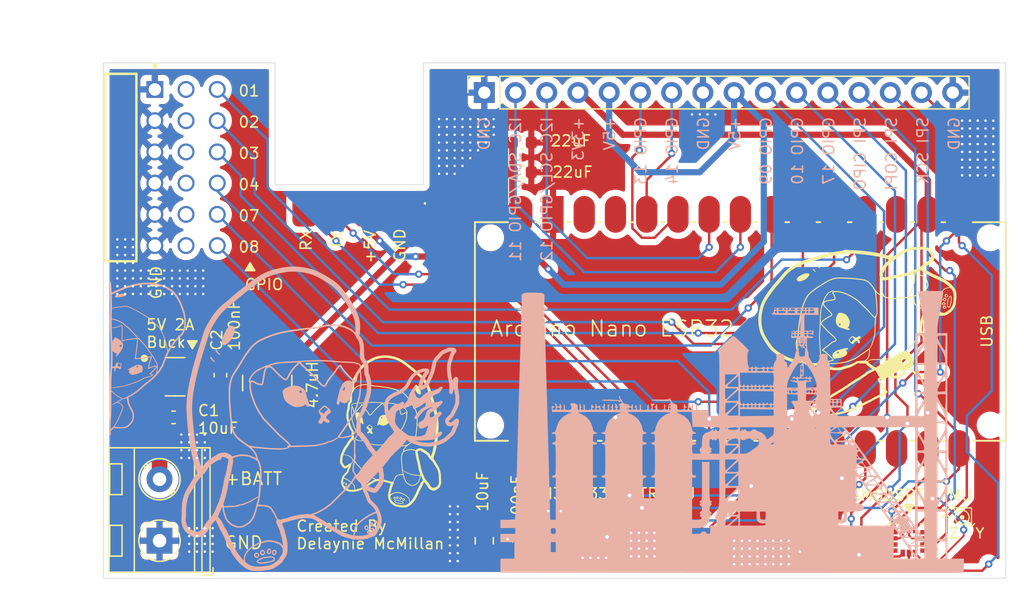
<source format=kicad_pcb>
(kicad_pcb (version 20240108) (generator "pcbnew") (generator_version "8.0")
  (layers (0 "F.Cu" signal) (31 "B.Cu" signal) (34 "B.Paste" user) (35 "F.Paste" user) (36 "B.SilkS" user "B.Silkscreen") (37 "F.SilkS" user "F.Silkscreen") (38 "B.Mask" user) (39 "F.Mask" user) (44 "Edge.Cuts" user))
  (net 0 "")
  (net 1 "/ARDUINO_RX")
  (net 2 "/I2C_SDA")
  (net 3 "/SPI_CS0")
  (net 4 "/SPI_CIPO")
  (net 6 "GND")
  (net 7 "/SPI_CS1")
  (net 8 "/SPI_COPI")
  (net 9 "/I2C_SCL")
  (net 10 "/GPIO_14")
  (net 11 "/GPIO_10")
  (net 12 "/GPIO_17")
  (net 13 "+3V3")
  (net 14 "/SPI_SCK")
  (net 15 "/GPIO_13")
  (net 16 "/ARDUINO_TX")
  (net 17 "+5V")
  (net 18 "/GPIO_09")
  (net 19 "+BATT")
  (net 20 "Net-(U2-SW)")
  (net 21 "Net-(U2-BST)")
  (net 34 "/GPIO_01")
  (net 35 "/GPIO_03")
  (net 36 "/GPIO_08")
  (net 38 "/GPIO_07")
  (net 39 "/GPIO_04")
  (net 45 "/GPIO_02")
  (footprint "LOGO" (layer "F.Cu") (at 192.532 101.092)
    (property "Reference" "G***" (hide yes))
    (property "Value" "LOGO" (hide yes))
  )
  (footprint "LOGO" (layer "F.Cu") (at 159.004 100.076)
    (property "Reference" "G***" (hide yes))
    (property "Value" "LOGO" (hide yes))
  )
  (footprint "Radiomaster:RP2" (layer "F.Cu") (at 161.314 83.058 90)
    (property "Reference" "IC2" (hide yes))
    (property "Value" "RP2")
  )
  (footprint "Package_TO_SOT_SMD:TSOT-23-6" (layer "F.Cu") (at 147.193 96.647)
    (property "Reference" "U2" (hide yes))
    (property "Value" "AP63205WU")
  )
  (footprint "Capacitor_SMD:C_0603_1608Metric" (layer "F.Cu") (at 175.387 77.597)
    (property "Reference" "C3" (hide yes))
    (property "Value" "22uF")
  )
  (footprint "LOGO" (layer "F.Cu") (at 164.719 101.092)
    (property "Reference" "G***" (hide yes))
    (property "Value" "LOGO" (hide yes))
  )
  (footprint "H3LIS331DLTR:QFN_31DLTR_STM" (layer "F.Cu") (at 178.054 110.0798 90)
    (property "Reference" "IC3" (hide yes))
    (property "Value" "H3LIS331DLTR")
  )
  (footprint "Capacitor_SMD:C_0603_1608Metric" (layer "F.Cu") (at 175.387 80.01)
    (property "Reference" "C4" (hide yes))
    (property "Value" "22uF")
  )
  (footprint "LSM6DSRTR:LGA-14L_2P5X3X0P83_STM" (layer "F.Cu") (at 206.874999 110.0417 180)
    (property "Reference" "IC1" (hide yes))
    (property "Value" "LSM6DSRTR")
  )
  (footprint "TSW_106_08_T_T_RA:SAMTEC_TSW-106-08-T-T-RA" (layer "F.Cu") (at 142.772 79.629 -90)
    (property "Reference" "J1" (hide yes))
    (property "Value" "TSW-106-08-T-T-RA")
  )
  (footprint "Capacitor_SMD:C_0402_1005Metric" (layer "F.Cu") (at 175.006 109.982 -90)
    (property "Reference" "C7" (hide yes))
    (property "Value" "100nF")
  )
  (footprint "Arduino-Nano-ESP32:Arduino_Nano_ESP32_Tile" (layer "F.Cu") (at 214.757 92.964 90)
    (property "Reference" "A1" (hide yes))
    (property "Value" "Arduino_Nano_ESP32")
  )
  (footprint "TerminalBlock_RND:TerminalBlock_RND_205-00045_1x02_P5.00mm_Horizontal" (layer "F.Cu") (at 145.923 109.982 90)
    (property "Reference" "J7" (hide yes))
    (property "Value" "Screw_Terminal_01x02")
  )
  (footprint "IND_ASPI-4030S-4R7M-T:IND_ASPI-4030S-4R7M-T" (layer "F.Cu") (at 154.686 97.155 90)
    (property "Reference" "L1" (hide yes))
    (property "Value" "4.7uH")
  )
  (footprint "Capacitor_SMD:C_0805_2012Metric" (layer "F.Cu") (at 172.339 109.982 -90)
    (property "Reference" "C8" (hide yes))
    (property "Value" "10uF")
  )
  (footprint "Capacitor_SMD:C_0402_1005Metric" (layer "F.Cu") (at 201.041 109.601 -90)
    (property "Reference" "C6" (hide yes))
    (property "Value" "100nF")
  )
  (footprint "LOGO" (layer "F.Cu") (at 202.692 92.964 90)
    (property "Reference" "G***" (hide yes))
    (property "Value" "LOGO" (hide yes))
  )
  (footprint "Capacitor_SMD:C_0603_1608Metric" (layer "F.Cu") (at 150.876 96.52 90)
    (property "Reference" "C2" (hide yes))
    (property "Value" "100nF")
  )
  (footprint "Capacitor_SMD:C_0603_1608Metric" (layer "F.Cu") (at 147.066 99.949)
    (property "Reference" "C1" (hide yes))
    (property "Value" "10uF")
  )
  (footprint "Capacitor_SMD:C_0402_1005Metric" (layer "F.Cu") (at 203.011 109.601 -90)
    (property "Reference" "C5" (hide yes))
    (property "Value" "100nF")
  )
  (footprint "LOGO" (layer "F.Cu") (at 144.943 95.147)
    (property "Reference" "G***" (hide yes))
    (property "Value" "LOGO" (hide yes))
  )
  (footprint "Connector_PinSocket_2.54mm:PinSocket_1x16_P2.54mm_Vertical" (layer "F.Cu") (at 172.339 73.533 90)
    (property "Reference" "J8" (hide yes))
    (property "Value" "Conn_01x16_Socket")
  )
  (gr_line (start 211.963 108.839) (end 211.709 108.585) (stroke (width 0.1)) (layer "F.SilkS"))
  (gr_line (start 211.963 108.839) (end 212.217 108.585) (stroke (width 0.1)) (layer "F.SilkS"))
  (gr_poly (pts (xy 148.59 94.361) (xy 148.971 93.726) (xy 148.209 93.726)) (stroke (width 0.127)) (fill solid) (layer "F.SilkS"))
  (gr_line (start 182.626 107.696) (end 182.372 107.95) (stroke (width 0.1)) (layer "F.SilkS"))
  (gr_circle (center 211.201 108.077) (end 210.79889 107.67489) (stroke (width 0.1)) (fill none) (layer "F.SilkS"))
  (gr_line (start 182.626 107.696) (end 182.372 107.442) (stroke (width 0.1)) (layer "F.SilkS"))
  (gr_line (start 211.963 107.315) (end 210.439 107.315) (stroke (width 0.1)) (layer "F.SilkS"))
  (gr_line (start 181.102 109.22) (end 180.848 108.966) (stroke (width 0.1)) (layer "F.SilkS"))
  (gr_circle (center 211.201 108.077) (end 211.105386 107.981386) (stroke (width 0.1)) (fill solid) (layer "F.SilkS"))
  (gr_line (start 210.439 107.315) (end 210.693 107.569) (stroke (width 0.1)) (layer "F.SilkS"))
  (gr_line (start 181.102 107.696) (end 181.102 109.22) (stroke (width 0.1)) (layer "F.SilkS"))
  (gr_line (start 181.102 109.22) (end 181.356 108.966) (stroke (width 0.1)) (layer "F.SilkS"))
  (gr_line (start 211.963 108.839) (end 211.963 107.315) (stroke (width 0.1)) (layer "F.SilkS"))
  (gr_line (start 182.626 107.696) (end 181.102 107.696) (stroke (width 0.1)) (layer "F.SilkS"))
  (gr_line (start 210.439 107.315) (end 210.693 107.061) (stroke (width 0.1)) (layer "F.SilkS"))
  (gr_poly (pts (xy 206.883 107.696) (xy 207.264 107.061) (xy 206.502 107.061)) (stroke (width 0.127)) (fill solid) (layer "F.SilkS"))
  (gr_circle (center 181.864 108.458) (end 181.46189 108.86011) (stroke (width 0.1)) (fill none) (layer "F.SilkS"))
  (gr_poly (pts (xy 153.289 87.376) (xy 152.908 88.011) (xy 153.67 88.011)) (stroke (width 0.127)) (fill solid) (layer "F.SilkS"))
  (gr_circle (center 181.864 108.458) (end 181.768386 108.553614) (stroke (width 0.1)) (fill solid) (layer "F.SilkS"))
  (gr_line (start 167.386 81.026) (end 155.321 81.026) (stroke (width 0.05)) (layer "Edge.Cuts"))
  (gr_line (start 214.757 113.03) (end 141.351 113.03) (stroke (width 0.05)) (layer "Edge.Cuts"))
  (gr_line (start 214.757 71.12) (end 167.386 71.12) (stroke (width 0.05)) (layer "Edge.Cuts"))
  (gr_line (start 167.386 71.12) (end 167.386 81.026) (stroke (width 0.05)) (layer "Edge.Cuts"))
  (gr_line (start 141.351 71.12) (end 155.321 71.12) (stroke (width 0.05)) (layer "Edge.Cuts"))
  (gr_line (start 155.321 81.026) (end 155.321 71.12) (stroke (width 0.05)) (layer "Edge.Cuts"))
  (gr_line (start 214.757 71.12) (end 214.757 113.03) (stroke (width 0.05)) (layer "Edge.Cuts"))
  (gr_line (start 141.351 113.03) (end 141.351 71.12) (stroke (width 0.05)) (layer "Edge.Cuts"))
  (gr_text "GND" (at 190.686262 75.438 90) (layer "B.SilkS") (effects (font (size 0.889 0.889) (thickness 0.127)) (justify left bottom mirror)))
  (gr_text "GPIO 14" (at 188.137796 75.438 90) (layer "B.SilkS") (effects (font (size 0.889 0.889) (thickness 0.127)) (justify left bottom mirror)))
  (gr_text "GND" (at 172.847 75.438 90) (layer "B.SilkS") (effects (font (size 0.889 0.889) (thickness 0.127)) (justify left bottom mirror)))
  (gr_text "+5V" (at 193.234728 75.438 90) (layer "B.SilkS") (effects (font (size 0.889 0.889) (thickness 0.127)) (justify left bottom mirror)))
  (gr_text "SPI CIPO" (at 203.428592 75.438 90) (layer "B.SilkS") (effects (font (size 0.889 0.889) (thickness 0.127)) (justify left bottom mirror)))
  (gr_text "I2C SCL/GPIO 12" (at 177.943932 75.438 90) (layer "B.SilkS") (effects (font (size 0.889 0.889) (thickness 0.127)) (justify left bottom mirror)))
  (gr_text "SPI COPI" (at 205.977058 75.438 90) (layer "B.SilkS") (effects (font (size 0.889 0.889) (thickness 0.127)) (justify left bottom mirror)))
  (gr_text "GND" (at 211.074 75.438 90) (layer "B.SilkS") (effects (font (size 0.889 0.889) (thickness 0.127)) (justify left bottom mirror)))
  (gr_text "SPI SCK" (at 208.525524 75.438 90) (layer "B.SilkS") (effects (font (size 0.889 0.889) (thickness 0.127)) (justify left bottom mirror)))
  (gr_text "GPIO 10" (at 198.33166 75.438 90) (layer "B.SilkS") (effects (font (size 0.889 0.889) (thickness 0.127)) (justify left bottom mirror)))
  (gr_text "I2C SDA/GPIO 11" (at 175.395466 75.438 90) (layer "B.SilkS") (effects (font (size 0.889 0.889) (thickness 0.127)) (justify left bottom mirror)))
  (gr_text "GPIO 13" (at 185.58933 75.438 90) (layer "B.SilkS") (effects (font (size 0.889 0.889) (thickness 0.127)) (justify left bottom mirror)))
  (gr_text "GPIO 17" (at 200.880126 75.438 90) (layer "B.SilkS") (effects (font (size 0.889 0.889) (thickness 0.127)) (justify left bottom mirror)))
  (gr_text "+3V3" (at 180.492398 75.438 90) (layer "B.SilkS") (effects (font (size 0.889 0.889) (thickness 0.127)) (justify left bottom mirror)))
  (gr_text "GPIO 09" (at 195.783194 75.438 90) (layer "B.SilkS") (effects (font (size 0.889 0.889) (thickness 0.127)) (justify left bottom mirror)))
  (gr_text "+5V" (at 183.040864 75.438 90) (layer "B.SilkS") (effects (font (size 0.889 0.889) (thickness 0.127)) (justify left bottom mirror)))
  (gr_text "GND" (at 146.177 90.424 90) (layer "F.SilkS") (effects (font (size 0.889 0.889) (thickness 0.127)) (justify left bottom)))
  (gr_text "Z" (at 210.058 109.855 0) (layer "F.SilkS") (effects (font (size 0.8128 0.8128) (thickness 0.127) (bold yes)) (justify left bottom)))
  (gr_text "X" (at 209.423 108.204 0) (layer "F.SilkS") (effects (font (size 0.8128 0.8128) (thickness 0.127) (bold yes)) (justify left bottom)))
  (gr_text "X" (at 180.594 110.363 0) (layer "F.SilkS") (effects (font (size 0.8128 0.8128) (thickness 0.127) (bold yes)) (justify left bottom)))
  (gr_text "USB" (at 213.741 94.361 90) (layer "F.SilkS") (effects (font (size 0.889 0.889) (thickness 0.127)) (justify left bottom)))
  (gr_text "C2\n100nF" (at 152.527 94.615 90) (layer "F.SilkS") (effects (font (size 0.889 0.889) (thickness 0.127)) (justify left bottom)))
  (gr_text "100nF\n(both)" (at 200.152 111.633 90) (layer "F.SilkS") (effects (font (size 0.889 0.889) (thickness 0.127)) (justify left bottom)))
  (gr_text "GPIO" (at 152.781 89.662 0) (layer "F.SilkS") (effects (font (size 0.889 0.889) (thickness 0.127)) (justify left bottom)))
  (gr_text "22uF" (at 177.8 80.518 0) (layer "F.SilkS") (effects (font (size 0.889 0.889) (thickness 0.127)) (justify left bottom)))
  (gr_text "10uF" (at 172.72 107.696 90) (layer "F.SilkS") (effects (font (size 0.889 0.889) (thickness 0.127)) (justify left bottom)))
  (gr_text "Y" (at 212.217 109.855 0) (layer "F.SilkS") (effects (font (size 0.8128 0.8128) (thickness 0.127) (bold yes)) (justify left bottom)))
  (gr_text "Arduino Nano ESP32" (at 172.72 93.472 0) (layer "F.SilkS") (effects (font (size 1.27 1.27) (thickness 0.127)) (justify left bottom)))
  (gr_text "H3LIS331DLTR IMU" (at 176.911 106.68 0) (layer "F.SilkS") (effects (font (size 0.889 0.889) (thickness 0.127)) (justify left bottom)))
  (gr_text "GND" (at 151.13 110.744 0) (layer "F.SilkS") (effects (font (size 1.016 1.016) (thickness 0.127)) (justify left bottom)))
  (gr_text "+5V" (at 163.576 87.503 90) (layer "F.SilkS") (effects (font (size 0.889 0.889) (thickness 0.127)) (justify left bottom)))
  (gr_text "07" (at 152.273 84.074 0) (layer "F.SilkS") (effects (font (size 0.889 0.889) (thickness 0.127)) (justify left bottom)))
  (gr_text "04" (at 152.273 81.534 0) (layer "F.SilkS") (effects (font (size 0.889 0.889) (thickness 0.127)) (justify left bottom)))
  (gr_text "4.7uH" (at 158.877 99.314 90) (layer "F.SilkS") (effects (font (size 0.889 0.889) (thickness 0.127)) (justify left bottom)))
  (gr_text "C1\n10uF" (at 148.971 101.346 0) (layer "F.SilkS") (effects (font (size 0.889 0.889) (thickness 0.127)) (justify left bottom)))
  (gr_text "08" (at 152.273 86.614 0) (layer "F.SilkS") (effects (font (size 0.889 0.889) (thickness 0.127)) (justify left bottom)))
  (gr_text "GND" (at 165.989 87.376 90) (layer "F.SilkS") (effects (font (size 0.889 0.889) (thickness 0.127)) (justify left bottom)))
  (gr_text "22uF" (at 177.673 77.978 0) (layer "F.SilkS") (effects (font (size 0.889 0.889) (thickness 0.127)) (justify left bottom)))
  (gr_text "100nF" (at 175.514 108.839 90) (layer "F.SilkS") (effects (font (size 0.889 0.889) (thickness 0.127)) (justify left bottom)))
  (gr_text "5V 2A\nBuck" (at 144.78 94.361 0) (layer "F.SilkS") (effects (font (size 0.889 0.889) (thickness 0.127)) (justify left bottom)))
  (gr_text "Z" (at 182.372 109.982 0) (layer "F.SilkS") (effects (font (size 0.8128 0.8128) (thickness 0.127) (bold yes)) (justify left bottom)))
  (gr_text "01" (at 152.273 73.914 0) (layer "F.SilkS") (effects (font (size 0.889 0.889) (thickness 0.127)) (justify left bottom)))
  (gr_text "TX" (at 160.909 86.36 90) (layer "F.SilkS") (effects (font (size 0.889 0.889) (thickness 0.127)) (justify left bottom)))
  (gr_text "RX" (at 158.369 86.487 90) (layer "F.SilkS") (effects (font (size 0.889 0.889) (thickness 0.127)) (justify left bottom)))
  (gr_text "Y" (at 182.88 108.458 0) (layer "F.SilkS") (effects (font (size 0.8128 0.8128) (thickness 0.127) (bold yes)) (justify left bottom)))
  (gr_text "LSM6DSRTR IMU" (at 201.295 106.807 0) (layer "F.SilkS") (effects (font (size 0.889 0.889) (thickness 0.127)) (justify left bottom)))
  (gr_text "02" (at 152.273 76.454 0) (layer "F.SilkS") (effects (font (size 0.889 0.889) (thickness 0.127)) (justify left bottom)))
  (gr_text "+BATT" (at 151.13 105.537 0) (layer "F.SilkS") (effects (font (size 1.016 1.016) (thickness 0.127)) (justify left bottom)))
  (gr_text "03" (at 152.273 78.994 0) (layer "F.SilkS") (effects (font (size 0.889 0.889) (thickness 0.127)) (justify left bottom)))
  (gr_text "Created By\nDelaynie McMillan" (at 156.972 110.744 0) (layer "F.SilkS") (effects (font (size 0.889 0.889) (thickness 0.127)) (justify left bottom)))
  (segment (start 173.8995 88.3015) (end 188.087 102.489) (width 0.2) (layer "F.Cu") (net 1))
  (segment (start 160.274 83.566) (end 161.671 84.963) (width 0.2) (layer "F.Cu") (net 1))
  (segment (start 167.005 88.3015) (end 173.8995 88.3015) (width 0.2) (layer "F.Cu") (net 1))
  (segment (start 160.274 83.058) (end 160.274 83.566) (width 0.2) (layer "F.Cu") (net 1))
  (via (at 161.671 84.963) (size 0.6) (drill 0.3) (layers "F.Cu" "B.Cu") (net 1))
  (via (at 167.005 88.3015) (size 0.6) (drill 0.3) (layers "F.Cu" "B.Cu") (net 1))
  (segment (start 165.0095 88.3015) (end 167.005 88.3015) (width 0.2) (layer "B.Cu") (net 1))
  (segment (start 161.671 84.963) (end 165.0095 88.3015) (width 0.2) (layer "B.Cu") (net 1))
  (segment (start 193.167 86.106) (end 193.167 83.439) (width 0.2) (layer "F.Cu") (net 2))
  (via (at 193.167 86.106) (size 0.6) (drill 0.3) (layers "F.Cu" "B.Cu") (net 2))
  (segment (start 193.167 86.106) (end 193.167 86.123283) (width 0.2) (layer "B.Cu") (net 2))
  (segment (start 174.879 82.55) (end 174.879 73.533) (width 0.2) (layer "B.Cu") (net 2))
  (segment (start 180.467 88.138) (end 174.879 82.55) (width 0.2) (layer "B.Cu") (net 2))
  (segment (start 193.167 86.123283) (end 191.152283 88.138) (width 0.2) (layer "B.Cu") (net 2))
  (segment (start 191.152283 88.138) (end 180.467 88.138) (width 0.2) (layer "B.Cu") (net 2))
  (segment (start 202.961469 111.267469) (end 206.105531 111.267469) (width 0.2) (layer "F.Cu") (net 3))
  (segment (start 206.105531 111.267469) (end 206.375 110.998) (width 0.2) (layer "F.Cu") (net 3))
  (segment (start 202.819 111.125) (end 202.961469 111.267469) (width 0.2) (layer "F.Cu") (net 3))
  (segment (start 205.867 104.013) (end 205.867 102.489) (width 0.2) (layer "F.Cu") (net 3))
  (segment (start 202.184 107.696) (end 205.867 104.013) (width 0.2) (layer "F.Cu") (net 3))
  (segment (start 202.184 108.204) (end 202.184 107.696) (width 0.2) (layer "F.Cu") (net 3))
  (via (at 202.184 108.204) (size 0.6) (drill 0.3) (layers "F.Cu" "B.Cu") (net 3))
  (via (at 202.819 111.125) (size 0.6) (drill 0.3) (layers "F.Cu" "B.Cu") (net 3))
  (segment (start 202.184 110.49) (end 202.819 111.125) (width 0.2) (layer "B.Cu") (net 3))
  (segment (start 202.184 108.204) (end 202.184 110.49) (width 0.2) (layer "B.Cu") (net 3))
  (segment (start 209.931 108.077) (end 211.582 106.426) (width 0.2) (layer "F.Cu") (net 4))
  (segment (start 180.4962 110.0798) (end 179.3494 110.0798) (width 0.2) (layer "F.Cu") (net 4))
  (segment (start 211.582 103.124) (end 210.947 102.489) (width 0.2) (layer "F.Cu") (net 4))
  (segment (start 210.947 102.489) (end 210.947 104.14) (width 0.2) (layer "F.Cu") (net 4))
  (segment (start 208.504328 110.791701) (end 209.931 109.365029) (width 0.2) (layer "F.Cu") (net 4))
  (segment (start 210.947 104.14) (end 209.931 105.156) (width 0.2) (layer "F.Cu") (net 4))
  (segment (start 210.947 102.489) (end 210.947 101.259471) (width 0.2) (layer "F.Cu") (net 4))
  (segment (start 185.166 107.315) (end 183.261 107.315) (width 0.2) (layer "F.Cu") (net 4))
  (segment (start 211.074 102.489) (end 210.947 102.489) (width 0.2) (layer "F.Cu") (net 4))
  (segment (start 209.931 109.365029) (end 209.931 108.077) (width 0.2) (layer "F.Cu") (net 4))
  (segment (start 211.582 106.426) (end 211.582 103.124) (width 0.2) (layer "F.Cu") (net 4))
  (segment (start 208.085299 110.791701) (end 208.504328 110.791701) (width 0.2) (layer "F.Cu") (net 4))
  (segment (start 183.261 107.315) (end 180.4962 110.0798) (width 0.2) (layer "F.Cu") (net 4))
  (segment (start 210.947 101.259471) (end 207.731529 98.044) (width 0.2) (layer "F.Cu") (net 4))
  (segment (start 207.731529 98.044) (end 207.645 98.044) (width 0.2) (layer "F.Cu") (net 4))
  (via (at 185.166 107.315) (size 0.6) (drill 0.3) (layers "F.Cu" "B.Cu") (net 4))
  (via (at 207.645 98.044) (size 0.6) (drill 0.3) (layers "F.Cu" "B.Cu") (net 4))
  (via (at 209.931 105.156) (size 0.6) (drill 0.3) (layers "F.Cu" "B.Cu") (net 4))
  (segment (start 204.683529 107.315) (end 206.842529 105.156) (width 0.2) (layer "B.Cu") (net 4))
  (segment (start 185.166 107.315) (end 204.683529 107.315) (width 0.2) (layer "B.Cu") (net 4))
  (segment (start 206.842529 105.156) (end 209.931 105.156) (width 0.2) (layer "B.Cu") (net 4))
  (segment (start 207.391 97.79) (end 207.391 78.105) (width 0.2) (layer "B.Cu") (net 4))
  (segment (start 207.391 78.105) (end 202.819 73.533) (width 0.2) (layer "B.Cu") (net 4))
  (segment (start 207.645 98.044) (end 207.391 97.79) (width 0.2) (layer "B.Cu") (net 4))
  (segment (start 206.874999 109.0854) (end 206.874999 109.53369) (width 0.16) (layer "F.Cu") (net 6))
  (segment (start 203.011 110.081) (end 201.041 110.081) (width 0.2) (layer "F.Cu") (net 6))
  (segment (start 178.554126 108.7844) (end 178.554126 107.576874) (width 0.16) (layer "F.Cu") (net 6))
  (segment (start 148.3305 99.4595) (end 147.841 99.949) (width 0.508) (layer "F.Cu") (net 6))
  (segment (start 205.664699 109.7917) (end 206.108756 109.7917) (width 0.16) (layer "F.Cu") (net 6))
  (segment (start 201.041 110.081) (end 198.783 110.081) (width 0.2) (layer "F.Cu") (net 6))
  (segment (start 207.133009 109.7917) (end 208.085299 109.7917) (width 0.16) (layer "F.Cu") (net 6))
  (segment (start 167.005 83.058) (end 167.513 82.55) (width 0.4) (layer "F.Cu") (net 6))
  (segment (start 177.553874 108.7844) (end 177.553874 107.576874) (width 0.16) (layer "F.Cu") (net 6))
  (segment (start 165.354 83.058) (end 167.005 83.058) (width 0.4) (layer "F.Cu") (net 6))
  (segment (start 206.375 109.0854) (end 206.874999 109.0854) (width 0.16) (layer "F.Cu") (net 6))
  (segment (start 208.085299 109.7917) (end 208.085299 110.2917) (width 0.16) (layer "F.Cu") (net 6))
  (segment (start 148.3305 97.597) (end 148.3305 99.4595) (width 0.508) (layer "F.Cu") (net 6))
  (segment (start 205.664699 109.7917) (end 203.3003 109.7917) (width 0.2) (layer "F.Cu") (net 6))
  (segment (start 206.108756 109.7917) (end 206.375 109.525456) (width 0.16) (layer "F.Cu") (net 6))
  (segment (start 198.783 110.081) (end 197.993 110.871) (width 0.2) (layer "F.Cu") (net 6))
  (segment (start 178.554126 107.576874) (end 178.562 107.569) (width 0.3) (layer "F.Cu") (net 6))
  (segment (start 180.3362 111.3752) (end 180.34 111.379) (width 0.16) (layer "F.Cu") (net 6))
  (segment (start 176.7586 110.579926) (end 175.123926 110.579926) (width 0.16) (layer "F.Cu") (net 6))
  (segment (start 175.123926 110.579926) (end 175.006 110.462) (width 0.16) (layer "F.Cu") (net 6))
  (segment (start 177.553874 107.576874) (end 177.546 107.569) (width 0.3) (layer "F.Cu") (net 6))
  (segment (start 206.375 109.525456) (end 206.375 109.0854) (width 0.16) (layer "F.Cu") (net 6))
  (segment (start 183.007 102.489) (end 183.007 99.949) (width 0.508) (layer "F.Cu") (net 6))
  (segment (start 203.3003 109.7917) (end 203.011 110.081) (width 0.2) (layer "F.Cu") (net 6))
  (segment (start 171.967174 110.795826) (end 171.831 110.932) (width 0.2) (layer "F.Cu") (net 6))
  (segment (start 179.054252 111.3752) (end 180.3362 111.3752) (width 0.16) (layer "F.Cu") (net 6))
  (segment (start 174.851 110.462) (end 174.244 109.855) (width 0.16) (layer "F.Cu") (net 6))
  (segment (start 206.874999 109.53369) (end 207.133009 109.7917) (width 0.16) (layer "F.Cu") (net 6))
  (segment (start 175.006 110.462) (end 174.851 110.462) (width 0.16) (layer "F.Cu") (net 6))
  (via (at 195.199 109.982) (size 0.3) (drill 0.2) (layers "F.Cu" "B.Cu") (net 6))
  (via (at 171.831 76.962) (size 0.3) (drill 0.2) (layers "F.Cu" "B.Cu") (net 6))
  (via (at 169.545 110.998) (size 0.3) (drill 0.2) (layers "F.Cu" "B.Cu") (net 6))
  (via (at 196.469 110.617) (size 0.3) (drill 0.2) (layers "F.Cu" "B.Cu") (net 6))
  (via (at 212.471 76.454) (size 0.3) (drill 0.2) (layers "F.Cu" "B.Cu") (net 6))
  (via (at 184.912 109.982) (size 0.3) (drill 0.2) (layers "F.Cu" "B.Cu") (net 6))
  (via (at 171.196 76.962) (size 0.3) (drill 0.2) (layers "F.Cu" "B.Cu") (net 6))
  (via (at 211.836 78.359) (size 0.3) (drill 0.2) (layers "F.Cu" "B.Cu") (net 6))
  (via (at 148.844 89.281) (size 0.3) (drill 0.2) (layers "F.Cu" "B.Cu") (net 6))
  (via (at 148.971 109.601) (size 0.3) (drill 0.2) (layers "F.Cu" "B.Cu") (net 6))
  (via (at 142.494 86.741) (size 0.3) (drill 0.2) (layers "F.Cu" "B.Cu") (net 6))
  (via (at 148.971 101.981) (size 0.3) (drill 0.2) (layers "F.Cu" "B.Cu") (net 6))
  (via (at 185.547 109.982) (size 0.3) (drill 0.2) (layers "F.Cu" "B.Cu") (net 6))
  (via (at 144.399 88.646) (size 0.3) (drill 0.2) (layers "F.Cu" "B.Cu") (net 6))
  (via (at 173.101 75.692) (size 0.3) (drill 0.2) (layers "F.Cu" "B.Cu") (net 6))
  (via (at 149.606 103.251) (size 0.3) (drill 0.2) (layers "F.Cu" "B.Cu") (net 6))
  (via (at 169.291 77.597) (size 0.3) (drill 0.2) (layers "F.Cu" "B.Cu") (net 6))
  (via (at 149.606 102.616) (size 0.3) (drill 0.2) (layers "F.Cu" "B.Cu") (net 6))
  (via (at 195.834 109.982) (size 0.3) (drill 0.2) (layers "F.Cu" "B.Cu") (net 6))
  (via (at 170.18 109.093) (size 0.3) (drill 0.2) (layers "F.Cu" "B.Cu") (net 6))
  (via (at 142.494 88.646) (size 0.3) (drill 0.2) (layers "F.Cu" "B.Cu") (net 6))
  (via (at 185.547 110.617) (size 0.3) (drill 0.2) (layers "F.Cu" "B.Cu") (net 6))
  (via (at 169.926 80.137) (size 0.3) (drill 0.2) (layers "F.Cu" "B.Cu") (net 6))
  (via (at 145.669 89.916) (size 0.3) (drill 0.2) (layers "F.Cu" "B.Cu") (net 6))
  (via (at 169.545 109.728) (size 0.3) (drill 0.2) (layers "F.Cu" "B.Cu") (net 6))
  (via (at 184.912 110.617) (size 0.3) (drill 0.2) (layers "F.Cu" "B.Cu") (net 6))
  (via (at 169.545 107.188) (size 0.3) (drill 0.2) (layers "F.Cu" "B.Cu") (net 6))
  (via (at 168.656 79.502) (size 0.3) (drill 0.2) (layers "F.Cu" "B.Cu") (net 6))
  (via (at 145.669 88.011) (size 0.3) (drill 0.2) (layers "F.Cu" "B.Cu") (net 6))
  (via (at 149.479 88.011) (size 0.3) (drill 0.2) (layers "F.Cu" "B.Cu") (net 6))
  (via (at 169.926 76.327) (size 0.3) (drill 0.2) (layers "F.Cu" "B.Cu") (net 6))
  (via (at 150.241 110.871) (size 0.3) (drill 0.2) (layers "F.Cu" "B.Cu") (net 6))
  (via (at 184.277 110.617) (size 0.3) (drill 0.2) (layers "F.Cu" "B.Cu") (net 6))
  (via (at 185.547 111.252) (size 0.3) (drill 0.2) (layers "F.Cu" "B.Cu") (net 6))
  (via (at 143.764 89.281) (size 0.3) (drill 0.2) (layers "F.Cu" "B.Cu") (net 6))
  (via (at 145.034 89.281) (size 0.3) (drill 0.2) (layers "F.Cu" "B.Cu") (net 6))
  (via (at 144.399 89.916) (size 0.3) (drill 0.2) (layers "F.Cu" "B.Cu") (net 6))
  (via (at 143.764 85.471) (size 0.3) (drill 0.2) (layers "F.Cu" "B.Cu") (net 6))
  (via (at 146.939 89.916) (size 0.3) (drill 0.2) (layers "F.Cu" "B.Cu") (net 6))
  (via (at 143.764 88.646) (size 0.3) (drill 0.2) (layers "F.Cu" "B.Cu") (net 6))
  (via (at 170.18 111.633) (size 0.3) (drill 0.2) (layers "F.Cu" "B.Cu") (net 6))
  (via (at 142.494 89.916) (size 0.3) (drill 0.2) (layers "F.Cu" "B.Cu") (net 6))
  (via (at 169.291 76.327) (size 0.3) (drill 0.2) (layers "F.Cu" "B.Cu") (net 6))
  (via (at 170.18 107.823) (size 0.3) (drill 0.2) (layers "F.Cu" "B.Cu") (net 6))
  (via (at 148.336 103.251) (size 0.3) (drill 0.2) (layers "F.Cu" "B.Cu") (net 6))
  (via (at 170.561 77.597) (size 0.3) (drill 0.2) (layers "F.Cu" "B.Cu") (net 6))
  (via (at 145.034 88.646) (size 0.3) (drill 0.2) (layers "F.Cu" "B.Cu") (net 6))
  (via (at 147.574 89.916) (size 0.3) (drill 0.2) (layers "F.Cu" "B.Cu") (net 6))
  (via (at 193.929 109.982) (size 0.3) (drill 0.2) (layers "F.Cu" "B.Cu") (net 6))
  (via (at 170.561 76.962) (size 0.3) (drill 0.2) (layers "F.Cu" "B.Cu") (net 6))
  (via (at 148.336 109.601) (size 0.3) (drill 0.2) (layers "F.Cu" "B.Cu") (net 6))
  (via (at 147.701 101.981) (size 0.3) (drill 0.2) (layers "F.Cu" "B.Cu") (net 6))
  (via (at 170.561 76.327) (size 0.3) (drill 0.2) (layers "F.Cu" "B.Cu") (net 6))
  (via (at 212.471 79.629) (size 0.3) (drill 0.2) (layers "F.Cu" "B.Cu") (net 6))
  (via (at 148.336 101.346) (size 0.3) (drill 0.2) (layers "F.Cu" "B.Cu") (net 6))
  (via (at 190.5 75.311) (size 0.3) (drill 0.2) (layers "F.Cu" "B.Cu") (net 6))
  (via (at 171.196 78.867) (size 0.3) (drill 0.2) (layers "F.Cu" "B.Cu") (net 6))
  (via (at 143.764 89.916) (size 0.3) (drill 0.2) (layers "F.Cu" "B.Cu") (net 6))
  (via (at 148.209 88.646) (size 0.3) (drill 0.2) (layers "F.Cu" "B.Cu") (net 6))
  (via (at 174.244 109.855) (size 0.3) (drill 0.2) (layers "F.Cu" "B.Cu") (net 6))
  (via (at 192.659 109.982) (size 0.3) (drill 0.2) (layers "F.Cu" "B.Cu") (net 6))
  (via (at 171.196 78.232) (size 0.3) (drill 0.2) (layers "F.Cu" "B.Cu") (net 6))
  (via (at 148.209 89.916) (size 0.3) (drill 0.2) (layers "F.Cu" "B.Cu") (net 6))
  (via (at 171.831 78.232) (size 0.3) (drill 0.2) (layers "F.Cu" "B.Cu") (net 6))
  (via (at 148.209 88.011) (size 0.3) (drill 0.2) (layers "F.Cu" "B.Cu") (net 6))
  (via (at 148.971 110.871) (size 0.3) (drill 0.2) (layers "F.Cu" "B.Cu") (net 6))
  (via (at 170.18 107.188) (size 0.3) (drill 0.2) (layers "F.Cu" "B.Cu") (net 6))
  (via (at 169.926 77.597) (size 0.3) (drill 0.2) (layers "F.Cu" "B.Cu") (net 6))
  (via (at 180.34 111.379) (size 0.3) (drill 0.2) (layers "F.Cu" "B.Cu") (net 6))
  (via (at 213.106 78.994) (size 0.3) (drill 0.2) (layers "F.Cu" "B.Cu") (net 6))
  (via (at 186.182 109.347) (size 0.3) (drill 0.2) (layers "F.Cu" "B.Cu") (net 6))
  (via (at 146.939 88.646) (size 0.3) (drill 0.2) (layers "F.Cu" "B.Cu") (net 6))
  (via (at 143.129 85.471) (size 0.3) (drill 0.2) (layers "F.Cu" "B.Cu") (net 6))
  (via (at 149.606 110.871) (size 0.3) (drill 0.2) (layers "F.Cu" "B.Cu") (net 6))
  (via (at 211.201 78.359) (size 0.3) (drill 0.2) (layers "F.Cu" "B.Cu") (net 6))
  (via (at 148.844 88.646) (size 0.3) (drill 0.2) (layers "F.Cu" "B.Cu") (net 6))
  (via (at 147.574 88.646) (size 0.3) (drill 0.2) (layers "F.Cu" "B.Cu") (net 6))
  (via (at 195.199 110.617) (size 0.3) (drill 0.2) (layers "F.Cu" "B.Cu") (net 6))
  (via (at 148.336 102.616) (size 0.3) (drill 0.2) (layers "F.Cu" "B.Cu") (net 6))
  (via (at 195.834 111.887) (size 0.3) (drill 0.2) (layers "F.Cu" "B.Cu") (net 6))
  (via (at 192.659 111.887) (size 0.3) (drill 0.2) (layers "F.Cu" "B.Cu") (net 6))
  (via (at 143.129 86.106) (size 0.3) (drill 0.2) (layers "F.Cu" "B.Cu") (net 6))
  (via (at 211.201 75.819) (size 0.3) (drill 0.2) (layers "F.Cu" "B.Cu") (net 6))
  (via (at 194.564 110.617) (size 0.3) (drill 0.2) (layers "F.Cu" "B.Cu") (net 6))
  (via (at 146.304 88.646) (size 0.3) (drill 0.2) (layers "F.Cu" "B.Cu") (net 6))
  (via (at 211.201 80.264) (size 0.3) (drill 0.2) (layers "F.Cu" "B.Cu") (net 6))
  (via (at 197.993 110.871) (size 0.3) (drill 0.2) (layers "F.Cu" "B.Cu") (net 6))
  (via (at 168.656 77.597) (size 0.3) (drill 0.2) (layers "F.Cu" "B.Cu") (net 6))
  (via (at 170.561 79.502) (size 0.3) (drill 0.2) (layers "F.Cu" "B.Cu") (net 6))
  (via (at 148.971 110.236) (size 0.3) (drill 0.2) (layers "F.Cu" "B.Cu") (net 6))
  (via (at 149.479 88.646) (size 0.3) (drill 0.2) (layers "F.Cu" "B.Cu") (net 6))
  (via (at 147.701 103.251) (size 0.3) (drill 0.2) (layers "F.Cu" "B.Cu") (net 6))
  (via (at 177.546 107.569) (size 0.3) (drill 0.2) (layers "F.Cu" "B.Cu") (net 6))
  (via (at 194.564 111.887) (size 0.3) (drill 0.2) (layers "F.Cu" "B.Cu") (net 6))
  (via (at 213.741 77.724) (size 0.3) (drill 0.2) (layers "F.Cu" "B.Cu") (net 6))
  (via (at 143.129 89.916) (size 0.3) (drill 0.2) (layers "F.Cu" "B.Cu") (net 6))
  (via (at 169.291 80.137) (size 0.3) (drill 0.2) (layers "F.Cu" "B.Cu") (net 6))
  (via (at 184.912 111.252) (size 0.3) (drill 0.2) (layers "F.Cu" "B.Cu") (net 6))
  (via (at 211.201 77.089) (size 0.3) (drill 0.2) (layers "F.Cu" "B.Cu") (net 6))
  (via (at 184.277 109.982) (size 0.3) (drill 0.2) (layers "F.Cu" "B.Cu") (net 6))
  (via (at 150.241 108.966) (size 0.3) (drill 0.2) (layers "F.Cu" "B.Cu") (net 6))
  (via (at 168.656 80.137) (size 0.3) (drill 0.2) (layers "F.Cu" "B.Cu") (net 6))
  (via (at 169.291 78.867) (size 0.3) (drill 0.2) (layers "F.Cu" "B.Cu") (net 6))
  (via (at 189.865 75.311) (size 0.3) (drill 0.2) (layers "F.Cu" "B.Cu") (net 6))
  (via (at 196.469 111.887) (size 0.3) (drill 0.2) (layers "F.Cu" "B.Cu") (net 6))
  (via (at 171.831 76.327) (size 0.3) (drill 0.2) (layers "F.Cu" "B.Cu") (net 6))
  (via (at 146.304 88.011) (size 0.3) (drill 0.2) (layers "F.Cu" "B.Cu") (net 6))
  (via (at 142.494 89.281) (size 0.3) (drill 0.2) (layers "F.Cu" "B.Cu") (net 6))
  (via (at 170.18 110.998) (size 0.3) (drill 0.2) (layers "F.Cu" "B.Cu") (net 6))
  (via (at 170.18 109.728) (size 0.3) (drill 0.2) (layers "F.Cu" "B.Cu") (net 6))
  (via (at 150.241 110.236) (size 0.3) (drill 0.2) (layers "F.Cu" "B.Cu") (net 6))
  (via (at 168.656 78.867) (size 0.3) (drill 0.2) (layers "F.Cu" "B.Cu") (net 6))
  (via (at 212.471 78.994) (size 0.3) (drill 0.2) (layers "F.Cu" "B.Cu") (net 6))
  (via (at 195.199 111.252) (size 0.3) (drill 0.2) (layers "F.Cu" "B.Cu") (net 6))
  (via (at 212.471 77.089) (size 0.3) (drill 0.2) (layers "F.Cu" "B.Cu") (net 6))
  (via (at 142.494 88.011) (size 0.3) (drill 0.2) (layers "F.Cu" "B.Cu") (net 6))
  (via (at 144.399 88.011) (size 0.3) (drill 0.2) (layers "F.Cu" "B.Cu") (net 6))
  (via (at 169.291 76.962) (size 0.3) (drill 0.2) (layers "F.Cu" "B.Cu") (net 6))
  (via (at 142.494 86.106) (size 0.3) (drill 0.2) (layers "F.Cu" "B.Cu") (net 6))
  (via (at 143.129 86.741) (size 0.3) (drill 0.2) (layers "F.Cu" "B.Cu") (net 6))
  (via (at 169.926 76.962) (size 0.3) (drill 0.2) (layers "F.Cu" "B.Cu") (net 6))
  (via (at 211.201 78.994) (size 0.3) (drill 0.2) (layers "F.Cu" "B.Cu") (net 6))
  (via (at 170.18 108.458) (size 0.3) (drill 0.2) (layers "F.Cu" "B.Cu") (net 6))
  (via (at 149.479 89.281) (size 0.3) (drill 0.2) (layers "F.Cu" "B.Cu") (net 6))
  (via (at 195.834 111.252) (size 0.3) (drill 0.2) (layers "F.Cu" "B.Cu") (net 6))
  (via (at 196.469 111.252) (size 0.3) (drill 0.2) (layers "F.Cu" "B.Cu") (net 6))
  (via (at 213.106 76.454) (size 0.3) (drill 0.2) (layers "F.Cu" "B.Cu") (net 6))
  (via (at 148.336 108.966) (size 0.3) (drill 0.2) (layers "F.Cu" "B.Cu") (net 6))
  (via (at 148.336 110.871) (size 0.3) (drill 0.2) (layers "F.Cu" "B.Cu") (net 6))
  (via (at 169.545 108.458) (size 0.3) (drill 0.2) (layers "F.Cu" "B.Cu") (net 6))
  (via (at 212.471 75.819) (size 0.3) (drill 0.2) (layers "F.Cu" "B.Cu") (net 6))
  (via (at 193.294 109.982) (size 0.3) (drill 0.2) (layers "F.Cu" "B.Cu") (net 6))
  (via (at 149.479 89.916) (size 0.3) (drill 0.2) (layers "F.Cu" "B.Cu") (net 6))
  (via (at 195.199 111.887) (size 0.3) (drill 0.2) (layers "F.Cu" "B.Cu") (net 6))
  (via (at 171.196 75.692) (size 0.3) (drill 0.2) (layers "F.Cu" "B.Cu") (net 6))
  (via (at 147.574 89.281) (size 0.3) (drill 0.2) (layers "F.Cu" "B.Cu") (net 6))
  (via (at 213.106 75.819) (size 0.3) (drill 0.2) (layers "F.Cu" "B.Cu") (net 6))
  (via (at 213.741 78.359) (size 0.3) (drill 0.2) (layers "F.Cu" "B.Cu") (net 6))
  (via (at 142.494 85.471) (size 0.3) (drill 0.2) (layers "F.Cu" "B.Cu") (net 6))
  (via (at 197.104 109.982) (size 0.3) (drill 0.2) (layers "F.Cu" "B.Cu") (net 6))
  (via (at 185.547 109.347) (size 0.3) (drill 0.2) (layers "F.Cu" "B.Cu") (net 6))
  (via (at 143.764 86.106) (size 0.3) (drill 0.2) (layers "F.Cu" "B.Cu") (net 6))
  (via (at 193.294 111.887) (size 0.3) (drill 0.2) (layers "F.Cu" "B.Cu") (net 6))
  (via (at 213.741 78.994) (size 0.3) (drill 0.2) (layers "F.Cu" "B.Cu") (net 6))
  (via (at 171.196 76.327) (size 0.3) (drill 0.2) (layers "F.Cu" "B.Cu") (net 6))
  (via (at 148.971 103.251) (size 0.3) (drill 0.2) (layers "F.Cu" "B.Cu") (net 6))
  (via (at 173.101 76.327) (size 0.3) (drill 0.2) (layers "F.Cu" "B.Cu") (net 6))
  (via (at 196.469 109.982) (size 0.3) (drill 0.2) (layers "F.Cu" "B.Cu") (net 6))
  (via (at 171.196 77.597) (size 0.3) (drill 0.2) (layers "F.Cu" "B.Cu") (net 6))
  (via (at 147.701 101.346) (size 0.3) (drill 0.2) (layers "F.Cu" "B.Cu") (net 6))
  (via (at 181.61 111.379) (size 0.3) (drill 0.2) (layers "F.Cu" "B.Cu") (net 6))
  (via (at 193.929 110.617) (size 0.3) (drill 0.2) (layers "F.Cu" "B.Cu") (net 6))
  (via (at 189.23 75.311) (size 0.3) (drill 0.2) (layers "F.Cu" "B.Cu") (net 6))
  (via (at 169.926 75.692) (size 0.3) (drill 0.2) (layers "F.Cu" "B.Cu") (net 6))
  (via (at 146.939 89.281) (size 0.3) (drill 0.2) (layers "F.Cu" "B.Cu") (net 6))
  (via (at 211.836 80.264) (size 0.3) (drill 0.2) (layers "F.Cu" "B.Cu") (net 6))
  (via (at 213.106 77.089) (size 0.3) (drill 0.2) (layers "F.Cu" "B.Cu") (net 6))
  (via (at 193.294 111.252) (size 0.3) (drill 0.2) (layers "F.Cu" "B.Cu") (net 6))
  (via (at 211.836 79.629) (size 0.3) (drill 0.2) (layers "F.Cu" "B.Cu") (net 6))
  (via (at 211.836 75.819) (size 0.3) (drill 0.2) (layers "F.Cu" "B.Cu") (net 6))
  (via (at 148.844 88.011) (size 0.3) (drill 0.2) (layers "F.Cu" "B.Cu") (net 6))
  (via (at 169.291 79.502) (size 0.3) (drill 0.2) (layers "F.Cu" "B.Cu") (net 6))
  (via (at 147.574 88.011) (size 0.3) (drill 0.2) (layers "F.Cu" "B.Cu") (net 6))
  (via (at 169.545 111.633) (size 0.3) (drill 0.2) (layers "F.Cu" "B.Cu") (net 6))
  (via (at 150.241 109.601) (size 0.3) (drill 0.2) (layers "F.Cu" "B.Cu") (net 6))
  (via (at 167.513 82.55) (size 0.3) (drill 0.2) (layers "F.Cu" "B.Cu") (net 6))
  (via (at 197.104 111.252) (size 0.3) (drill 0.2) (layers "F.Cu" "B.Cu") (net 6))
  (via (at 186.182 110.617) (size 0.3) (drill 0.2) (layers "F.Cu" "B.Cu") (net 6))
  (via (at 169.545 110.363) (size 0.3) (drill 0.2) (layers "F.Cu" "B.Cu") (net 6))
  (via (at 168.656 76.327) (size 0.3) (drill 0.2) (layers "F.Cu" "B.Cu") (net 6))
  (via (at 169.291 75.692) (size 0.3) (drill 0.2) (layers "F.Cu" "B.Cu") (net 6))
  (via (at 143.764 87.376) (size 0.3) (drill 0.2) (layers "F.Cu" "B.Cu") (net 6))
  (via (at 148.336 101.981) (size 0.3) (drill 0.2) (layers "F.Cu" "B.Cu") (net 6))
  (via (at 143.764 88.011) (size 0.3) (drill 0.2) (layers "F.Cu" "B.Cu") (net 6))
  (via (at 149.606 101.981) (size 0.3) (drill 0.2) (layers "F.Cu" "B.Cu") (net 6))
  (via (at 146.304 89.916) (size 0.3) (drill 0.2) (layers "F.Cu" "B.Cu") (net 6))
  (via (at 213.741 80.264) (size 0.3) (drill 0.2) (layers "F.Cu" "B.Cu") (net 6))
  (via (at 172.466 76.962) (size 0.3) (drill 0.2) (layers "F.Cu" "B.Cu") (net 6))
  (via (at 169.545 109.093) (size 0.3) (drill 0.2) (layers "F.Cu" "B.Cu") (net 6))
  (via (at 143.129 88.646) (size 0.3) (drill 0.2) (layers "F.Cu" "B.Cu") (net 6))
  (via (at 173.101 76.962) (size 0.3) (drill 0.2) (layers "F.Cu" "B.Cu") (net 6))
  (via (at 149.606 108.966) (size 0.3) (drill 0.2) (layers "F.Cu" "B.Cu") (net 6))
  (via (at 169.926 79.502) (size 0.3) (drill 0.2) (layers "F.Cu" "B.Cu") (net 6))
  (via (at 143.129 88.011) (size 0.3) (drill 0.2) (layers "F.Cu" "B.Cu") (net 6))
  (via (at 145.669 88.646) (size 0.3) (drill 0.2) (layers "F.Cu" "B.Cu") (net 6))
  (via (at 143.764 86.741) (size 0.3) (drill 0.2) (layers "F.Cu" "B.Cu") (net 6))
  (via (at 148.971 102.616) (size 0.3) (drill 0.2) (layers "F.Cu" "B.Cu") (net 6))
  (via (at 172.466 77.597) (size 0.3) (drill 0.2) (layers "F.Cu" "B.Cu") (net 6))
  (via (at 146.304 89.281) (size 0.3) (drill 0.2) (layers "F.Cu" "B.Cu") (net 6))
  (via (at 169.291 78.232) (size 0.3) (drill 0.2) (layers "F.Cu" "B.Cu") (net 6))
  (via (at 197.104 111.887) (size 0.3) (drill 0.2) (layers "F.Cu" "B.Cu") (net 6))
  (via (at 211.201 76.454) (size 0.3) (drill 0.2) (layers "F.Cu" "B.Cu") (net 6))
  (via (at 171.831 75.692) (size 0.3) (drill 0.2) (layers "F.Cu" "B.Cu") (net 6))
  (via (at 184.277 109.347) (size 0.3) (drill 0.2) (layers "F.Cu" "B.Cu") (net 6))
  (via (at 148.336 110.236) (size 0.3) (drill 0.2) (layers "F.Cu" "B.Cu") (net 6))
  (via (at 211.836 77.724) (size 0.3) (drill 0.2) (layers "F.Cu" "B.Cu") (net 6))
  (via (at 168.656 75.692) (size 0.3) (drill 0.2) (layers "F.Cu" "B.Cu") (net 6))
  (via (at 145.034 88.011) (size 0.3) (drill 0.2) (layers "F.Cu" "B.Cu") (net 6))
  (via (at 170.561 78.867) (size 0.3) (drill 0.2) (layers "F.Cu" "B.Cu") (net 6))
  (via (at 212.471 78.359) (size 0.3) (drill 0.2) (layers "F.Cu" "B.Cu") (net 6))
  (via (at 211.201 77.724) (size 0.3) (drill 0.2) (layers "F.Cu" "B.Cu") (net 6))
  (via (at 149.606 101.346) (size 0.3) (drill 0.2) (layers "F.Cu" "B.Cu") (net 6))
  (via (at 192.659 111.252) (size 0.3) (drill 0.2) (layers "F.Cu" "B.Cu") (net 6))
  (via (at 172.466 76.327) (size 0.3) (drill 0.2) (layers "F.Cu" "B.Cu") (net 6))
  (via (at 170.561 75.692) (size 0.3) (drill 0.2) (layers "F.Cu" "B.Cu") (net 6))
  (via (at 213.106 78.359) (size 0.3) (drill 0.2) (layers "F.Cu" "B.Cu") (net 6))
  (via (at 148.209 89.281) (size 0.3) (drill 0.2) (layers "F.Cu" "B.Cu") (net 6))
  (via (at 195.834 110.617) (size 0.3) (drill 0.2) (layers "F.Cu" "B.Cu") (net 6))
  (via (at 211.201 79.629) (size 0.3) (drill 0.2) (layers "F.Cu" "B.Cu") (net 6))
  (via (at 145.034 89.916) (size 0.3) (drill 0.2) (layers "F.Cu" "B.Cu") (net 6))
  (via (at 213.106 80.264) (size 0.3) (drill 0.2) (layers "F.Cu" "B.Cu") (net 6))
  (via (at 142.494 87.376) (size 0.3) (drill 0.2) (layers "F.Cu" "B.Cu") (net 6))
  (via (at 186.182 109.982) (size 0.3) (drill 0.2) (layers "F.Cu" "B.Cu") (net 6))
  (via (at 171.831 77.597) (size 0.3) (drill 0.2) (layers "F.Cu" "B.Cu") (net 6))
  (via (at 193.294 110.617) (size 0.3) (drill 0.2) (layers "F.Cu" "B.Cu") (net 6))
  (via (at 182.245 111.379) (size 0.3) (drill 0.2) (layers "F.Cu" "B.Cu") (net 6))
  (via (at 194.564 111.252) (size 0.3) (drill 0.2) (layers "F.Cu" "B.Cu") (net 6))
  (via (at 145.669 89.281) (size 0.3) (drill 0.2) (layers "F.Cu" "B.Cu") (net 6))
  (via (at 212.471 80.264) (size 0.3) (drill 0.2) (layers "F.Cu" "B.Cu") (net 6))
  (via (at 193.929 111.252) (size 0.3) (drill 0.2) (layers "F.Cu" "B.Cu") (net 6))
  (via (at 213.741 75.819) (size 0.3) (drill 0.2) (layers "F.Cu" "B.Cu") (net 6))
  (via (at 213.741 77.089) (size 0.3) (drill 0.2) (layers "F.Cu" "B.Cu") (net 6))
  (via (at 184.912 109.347) (size 0.3) (drill 0.2) (layers "F.Cu" "B.Cu") (net 6))
  (via (at 170.561 78.232) (size 0.3) (drill 0.2) (layers "F.Cu" "B.Cu") (net 6))
  (via (at 146.939 88.011) (size 0.3) (drill 0.2) (layers "F.Cu" "B.Cu") (net 6))
  (via (at 211.836 76.454) (size 0.3) (drill 0.2) (layers "F.Cu" "B.Cu") (net 6))
  (via (at 193.929 111.887) (size 0.3) (drill 0.2) (layers "F.Cu" "B.Cu") (net 6))
  (via (at 178.562 107.569) (size 0.3) (drill 0.2) (layers "F.Cu" "B.Cu") (net 6))
  (via (at 172.466 75.692) (size 0.3) (drill 0.2) (layers "F.Cu" "B.Cu") (net 6))
  (via (at 170.18 110.363) (size 0.3) (drill 0.2) (layers "F.Cu" "B.Cu") (net 6))
  (via (at 148.844 89.916) (size 0.3) (drill 0.2) (layers "F.Cu" "B.Cu") (net 6))
  (via (at 168.656 76.962) (size 0.3) (drill 0.2) (layers "F.Cu" "B.Cu") (net 6))
  (via (at 169.926 78.867) (size 0.3) (drill 0.2) (layers "F.Cu" "B.Cu") (net 6))
  (via (at 212.471 77.724) (size 0.3) (drill 0.2) (layers "F.Cu" "B.Cu") (net 6))
  (via (at 211.836 77.089) (size 0.3) (drill 0.2) (layers "F.Cu" "B.Cu") (net 6))
  (via (at 148.971 108.966) (size 0.3) (drill 0.2) (layers "F.Cu" "B.Cu") (net 6))
  (via (at 213.741 79.629) (size 0.3) (drill 0.2) (layers "F.Cu" "B.Cu") (net 6))
  (via (at 144.399 89.281) (size 0.3) (drill 0.2) (layers "F.Cu" "B.Cu") (net 6))
  (via (at 183.007 99.949) (size 0.6) (drill 0.3) (layers "F.Cu" "B.Cu") (net 6))
  (via (at 186.182 111.252) (size 0.3) (drill 0.2) (layers "F.Cu" "B.Cu") (net 6))
  (via (at 148.971 101.346) (size 0.3) (drill 0.2) (layers "F.Cu" "B.Cu") (net 6))
  (via (at 169.926 78.232) (size 0.3) (drill 0.2) (layers "F.Cu" "B.Cu") (net 6))
  (via (at 192.659 110.617) (size 0.3) (drill 0.2) (layers "F.Cu" "B.Cu") (net 6))
  (via (at 169.545 107.823) (size 0.3) (drill 0.2) (layers "F.Cu" "B.Cu") (net 6))
  (via (at 168.656 78.232) (size 0.3) (drill 0.2) (layers "F.Cu" "B.Cu") (net 6))
  (via (at 149.606 110.236) (size 0.3) (drill 0.2) (layers "F.Cu" "B.Cu") (net 6))
  (via (at 147.701 102.616) (size 0.3) (drill 0.2) (layers "F.Cu" "B.Cu") (net 6))
  (via (at 180.975 111.379) (size 0.3) (drill 0.2) (layers "F.Cu" "B.Cu") (net 6))
  (via (at 213.106 79.629) (size 0.3) (drill 0.2) (layers "F.Cu" "B.Cu") (net 6))
  (via (at 143.129 89.281) (size 0.3) (drill 0.2) (layers "F.Cu" "B.Cu") (net 6))
  (via (at 213.106 77.724) (size 0.3) (drill 0.2) (layers "F.Cu" "B.Cu") (net 6))
  (via (at 197.104 110.617) (size 0.3) (drill 0.2) (layers "F.Cu" "B.Cu") (net 6))
  (via (at 191.135 75.311) (size 0.3) (drill 0.2) (layers "F.Cu" "B.Cu") (net 6))
  (via (at 211.836 78.994) (size 0.3) (drill 0.2) (layers "F.Cu" "B.Cu") (net 6))
  (via (at 143.129 87.376) (size 0.3) (drill 0.2) (layers "F.Cu" "B.Cu") (net 6))
  (via (at 184.277 111.252) (size 0.3) (drill 0.2) (layers "F.Cu" "B.Cu") (net 6))
  (via (at 213.741 76.454) (size 0.3) (drill 0.2) (layers "F.Cu" "B.Cu") (net 6))
  (via (at 149.606 109.601) (size 0.3) (drill 0.2) (layers "F.Cu" "B.Cu") (net 6))
  (via (at 194.564 109.982) (size 0.3) (drill 0.2) (layers "F.Cu" "B.Cu") (net 6))
  (segment (start 203.327 104.902) (end 203.327 102.489) (width 0.2) (layer "F.Cu") (net 7))
  (segment (start 202.819 105.41) (end 203.327 104.902) (width 0.2) (layer "F.Cu") (net 7))
  (segment (start 184.15 106.299) (end 182.630074 106.299) (width 0.2) (layer "F.Cu") (net 7))
  (segment (start 182.630074 106.299) (end 179.3494 109.579674) (width 0.2) (layer "F.Cu") (net 7))
  (via (at 184.15 106.299) (size 0.6) (drill 0.3) (layers "F.Cu" "B.Cu") (net 7))
  (via (at 202.819 105.41) (size 0.6) (drill 0.3) (layers "F.Cu" "B.Cu") (net 7))
  (segment (start 201.93 106.299) (end 202.819 105.41) (width 0.2) (layer "B.Cu") (net 7))
  (segment (start 184.15 106.299) (end 201.93 106.299) (width 0.2) (layer "B.Cu") (net 7))
  (segment (start 208.788 106.553) (end 208.407 106.172) (width 0.1524) (layer "F.Cu") (net 8))
  (segment (start 208.136998 111.76) (end 207.374998 110.998) (width 0.1524) (layer "F.Cu") (net 8))
  (segment (start 208.407 99.568) (end 208.407 102.489) (width 0.2) (layer "F.Cu") (net 8))
  (segment (start 182.318106 109.674106) (end 181.412286 110.579926) (width 0.2) (layer "F.Cu") (net 8))
  (segment (start 205.486 107.569) (end 208.407 104.648) (width 0.2) (layer "F.Cu") (net 8))
  (segment (start 181.412286 110.579926) (end 179.3494 110.579926) (width 0.2) (layer "F.Cu") (net 8))
  (segment (start 211.328 109.093) (end 211.328 109.601) (width 0.1524) (layer "F.Cu") (net 8))
  (segment (start 209.169 111.76) (end 208.136998 111.76) (width 0.1524) (layer "F.Cu") (net 8))
  (segment (start 208.407 104.648) (end 208.407 102.489) (width 0.2) (layer "F.Cu") (net 8))
  (segment (start 208.407 106.172) (end 208.407 102.489) (width 0.1524) (layer "F.Cu") (net 8))
  (segment (start 211.328 109.601) (end 209.169 111.76) (width 0.1524) (layer "F.Cu") (net 8))
  (via (at 205.486 107.569) (size 0.6) (drill 0.3) (layers "F.Cu" "B.Cu") (net 8))
  (via (at 211.328 109.093) (size 0.6) (drill 0.3) (layers "F.Cu" "B.Cu") (net 8))
  (via (at 208.788 106.553) (size 0.6) (drill 0.3) (layers "F.Cu" "B.Cu") (net 8))
  (via (at 182.318106 109.674106) (size 0.6) (drill 0.3) (layers "F.Cu" "B.Cu") (net 8))
  (via (at 208.407 99.568) (size 0.6) (drill 0.3) (layers "F.Cu" "B.Cu") (net 8))
  (segment (start 208.407 99.568) (end 208.407 76.581) (width 0.2) (layer "B.Cu") (net 8))
  (segment (start 197.398471 108.331) (end 200.792471 111.725) (width 0.2) (layer "B.Cu") (net 8))
  (segment (start 182.318106 109.674106) (end 182.318106 109.654894) (width 0.2) (layer "B.Cu") (net 8))
  (segment (start 205.486 109.474) (end 205.486 107.569) (width 0.2) (layer "B.Cu") (net 8))
  (segment (start 209.296 106.553) (end 211.328 108.585) (width 0.1524) (layer "B.Cu") (net 8))
  (segment (start 208.788 106.553) (end 209.296 106.553) (width 0.1524) (layer "B.Cu") (net 8))
  (segment (start 203.235 111.725) (end 205.486 109.474) (width 0.2) (layer "B.Cu") (net 8))
  (segment (start 208.407 76.581) (end 205.359 73.533) (width 0.2) (layer "B.Cu") (net 8))
  (segment (start 183.642 108.331) (end 197.398471 108.331) (width 0.2) (layer "B.Cu") (net 8))
  (segment (start 211.328 108.585) (end 211.328 109.093) (width 0.1524) (layer "B.Cu") (net 8))
  (segment (start 200.792471 111.725) (end 203.235 111.725) (width 0.2) (layer "B.Cu") (net 8))
  (segment (start 182.318106 109.654894) (end 183.642 108.331) (width 0.2) (layer "B.Cu") (net 8))
  (segment (start 190.627 86.106) (end 190.627 83.439) (width 0.2) (layer "F.Cu") (net 9))
  (via (at 190.627 86.106) (size 0.6) (drill 0.3) (layers "F.Cu" "B.Cu") (net 9))
  (segment (start 177.419 83.693) (end 177.419 73.533) (width 0.2) (layer "B.Cu") (net 9))
  (segment (start 180.721 86.995) (end 177.419 83.693) (width 0.2) (layer "B.Cu") (net 9))
  (segment (start 190.627 86.106) (end 189.738 86.995) (width 0.2) (layer "B.Cu") (net 9))
  (segment (start 189.738 86.995) (end 180.721 86.995) (width 0.2) (layer "B.Cu") (net 9))
  (segment (start 187.579 78.486) (end 187.579 78.613) (width 0.2) (layer "F.Cu") (net 10))
  (segment (start 187.579 78.613) (end 185.547 80.645) (width 0.2) (layer "F.Cu") (net 10))
  (segment (start 185.547 80.645) (end 185.547 83.439) (width 0.2) (layer "F.Cu") (net 10))
  (via (at 187.579 78.486) (size 0.6) (drill 0.3) (layers "F.Cu" "B.Cu") (net 10))
  (segment (start 187.579 78.486) (end 187.579 73.533) (width 0.2) (layer "B.Cu") (net 10))
  (segment (start 199.517 99.568) (end 198.247 100.838) (width 0.2) (layer "F.Cu") (net 11))
  (segment (start 198.247 100.838) (end 198.247 102.489) (width 0.2) (layer "F.Cu") (net 11))
  (via (at 199.517 99.568) (size 0.6) (drill 0.3) (layers "F.Cu" "B.Cu") (net 11))
  (segment (start 200.152 99.568) (end 199.517 99.568) (width 0.2) (layer "B.Cu") (net 11))
  (segment (start 205.74 93.98) (end 200.152 99.568) (width 0.2) (layer "B.Cu") (net 11))
  (segment (start 205.74 81.534) (end 205.74 93.98) (width 0.2) (layer "B.Cu") (net 11))
  (segment (start 197.739 73.533) (end 205.74 81.534) (width 0.2) (layer "B.Cu") (net 11))
  (segment (start 202.311 99.06) (end 200.787 100.584) (width 0.2) (layer "F.Cu") (net 12))
  (segment (start 200.787 100.584) (end 200.787 102.489) (width 0.2) (layer "F.Cu") (net 12))
  (via (at 202.311 99.06) (size 0.6) (drill 0.3) (layers "F.Cu" "B.Cu") (net 12))
  (segment (start 206.629 79.883) (end 200.279 73.533) (width 0.2) (layer "B.Cu") (net 12))
  (segment (start 202.311 99.06) (end 206.629 94.742) (width 0.2) (layer "B.Cu") (net 12))
  (segment (start 206.629 94.742) (end 206.629 79.883) (width 0.2) (layer "B.Cu") (net 12))
  (segment (start 203.011 109.121) (end 203.011 108.139) (width 0.2) (layer "F.Cu") (net 13))
  (segment (start 203.011 109.121) (end 205.494 109.121) (width 0.2) (layer "F.Cu") (net 13))
  (segment (start 205.664699 108.731643) (end 207.081342 107.315) (width 0.2) (layer "F.Cu") (net 13))
  (segment (start 205.775 95.977) (end 207.899 93.853) (width 0.2) (layer "F.Cu") (net 13))
  (segment (start 205.494 109.121) (end 205.664699 109.291699) (width 0.2) (layer "F.Cu") (net 13))
  (segment (start 183.601529 76.962) (end 204.724 76.962) (width 0.508) (layer "F.Cu") (net 13))
  (segment (start 176.680926 109.502) (end 176.7586 109.579674) (width 0.2) (layer "F.Cu") (net 13))
  (segment (start 209.423 107.315) (end 209.032876 107.315) (width 0.2) (layer "F.Cu") (net 13))
  (segment (start 210.312 106.426) (end 209.423 107.315) (width 0.2) (layer "F.Cu") (net 13))
  (segment (start 209.032876 107.315) (end 207.374998 108.972878) (width 0.2) (layer "F.Cu") (net 13))
  (segment (start 208.407 80.645) (end 208.407 83.439) (width 0.508) (layer "F.Cu") (net 13))
  (segment (start 207.081342 107.315) (end 209.032876 107.315) (width 0.2) (layer "F.Cu") (net 13))
  (segment (start 176.469 104.902) (end 172.339 109.032) (width 0.2) (layer "F.Cu") (net 13))
  (segment (start 205.105 99.949) (end 205.105 86.741) (width 0.2) (layer "F.Cu") (net 13))
  (segment (start 207.899 93.853) (end 207.899 83.947) (width 0.2) (layer "F.Cu") (net 13))
  (segment (start 205.775 98.079) (end 205.775 95.977) (width 0.2) (layer "F.Cu") (net 13))
  (segment (start 206.756 99.06) (end 205.775 98.079) (width 0.2) (layer "F.Cu") (net 13))
  (segment (start 174.536 109.032) (end 175.006 109.502) (width 0.2) (layer "F.Cu") (net 13))
  (segment (start 179.959 73.533) (end 180.172529 73.533) (width 0.508) (layer "F.Cu") (net 13))
  (segment (start 201.422 104.902) (end 176.469 104.902) (width 0.2) (layer "F.Cu") (net 13))
  (segment (start 208.407 86.573529) (end 208.407 83.439) (width 0.2) (layer "F.Cu") (net 13))
  (segment (start 204.724 76.962) (end 208.407 80.645) (width 0.508) (layer "F.Cu") (net 13))
  (segment (start 209.844471 88.011) (end 208.407 86.573529) (width 0.2) (layer "F.Cu") (net 13))
  (segment (start 206.756 100.457) (end 206.756 99.06) (width 0.2) (layer "F.Cu") (net 13))
  (segment (start 172.339 109.032) (end 174.536 109.032) (width 0.2) (layer "F.Cu") (net 13))
  (segment (start 176.7586 109.579674) (end 176.7586 110.0798) (width 0.2) (layer "F.Cu") (net 13))
  (segment (start 203.011 109.121) (end 201.041 109.121) (width 0.2) (layer "F.Cu") (net 13))
  (segment (start 177.053748 111.3752) (end 174.6822 111.3752) (width 0.2) (layer "F.Cu") (net 13))
  (segment (start 207.374998 108.972878) (end 207.374998 109.0854) (width 0.2) (layer "F.Cu") (net 13))
  (segment (start 210.185 88.011) (end 209.844471 88.011) (width 0.2) (layer "F.Cu") (net 13))
  (segment (start 205.664699 109.291699) (end 205.664699 108.731643) (width 0.2) (layer "F.Cu") (net 13))
  (segment (start 180.172529 73.533) (end 183.601529 76.962) (width 0.508) (layer "F.Cu") (net 13))
  (segment (start 175.006 109.502) (end 176.680926 109.502) (width 0.2) (layer "F.Cu") (net 13))
  (segment (start 205.105 86.741) (end 208.407 83.439) (width 0.2) (layer "F.Cu") (net 13))
  (segment (start 203.011 108.139) (end 205.359 105.791) (width 0.2) (layer "F.Cu") (net 13))
  (segment (start 174.6822 111.3752) (end 172.339 109.032) (width 0.2) (layer "F.Cu") (net 13))
  (segment (start 207.899 83.947) (end 208.407 83.439) (width 0.2) (layer "F.Cu") (net 13))
  (via (at 205.105 99.949) (size 0.6) (drill 0.3) (layers "F.Cu" "B.Cu") (net 13))
  (via (at 210.185 88.011) (size 0.6) (drill 0.3) (layers "F.Cu" "B.Cu") (net 13))
  (via (at 201.422 104.902) (size 0.6) (drill 0.3) (layers "F.Cu" "B.Cu") (net 13))
  (via (at 206.756 100.457) (size 0.6) (drill 0.3) (layers "F.Cu" "B.Cu") (net 13))
  (via (at 210.312 106.426) (size 0.6) (drill 0.3) (layers "F.Cu" "B.Cu") (net 13))
  (via (at 205.359 105.791) (size 0.6) (drill 0.3) (layers "F.Cu" "B.Cu") (net 13))
  (segment (start 206.121 105.029) (end 206.121 101.092) (width 0.2) (layer "B.Cu") (net 13))
  (segment (start 210.601 88.427) (end 210.185 88.011) (width 0.2) (layer "B.Cu") (net 13))
  (segment (start 205.359 105.791) (end 206.121 105.029) (width 0.2) (layer "B.Cu") (net 13))
  (segment (start 210.312 106.426) (end 210.601 106.137) (width 0.2) (layer "B.Cu") (net 13))
  (segment (start 210.601 106.137) (end 210.601 88.427) (width 0.2) (layer "B.Cu") (net 13))
  (segment (start 206.121 101.092) (end 206.756 100.457) (width 0.2) (layer "B.Cu") (net 13))
  (segment (start 201.422 104.902) (end 205.105 101.219) (width 0.2) (layer "B.Cu") (net 13))
  (segment (start 205.105 101.219) (end 205.105 99.949) (width 0.2) (layer "B.Cu") (net 13))
  (segment (start 212.825 112.422) (end 213.36 111.887) (width 0.2) (layer "F.Cu") (net 14))
  (segment (start 206.874999 111.562059) (end 207.73494 112.422) (width 0.2) (layer "F.Cu") (net 14))
  (segment (start 210.947 83.439) (end 210.947 84.582) (width 0.2) (layer "F.Cu") (net 14))
  (segment (start 210.058 82.55) (end 210.947 83.439) (width 0.2) (layer "F.Cu") (net 14))
  (segment (start 207.264 96.266) (end 206.375 97.155) (width 0.2) (layer "F.Cu") (net 14))
  (segment (start 207.73494 112.422) (end 212.825 112.422) (width 0.2) (layer "F.Cu") (net 14))
  (segment (start 190.754 111.379) (end 189.865 112.268) (width 0.2) (layer "F.Cu") (net 14))
  (segment (start 189.865 112.268) (end 179.0532 112.268) (width 0.2) (layer "F.Cu") (net 14))
  (segment (start 210.058 75.692) (end 210.058 82.55) (width 0.2) (layer "F.Cu") (net 14))
  (segment (start 178.554126 111.768926) (end 178.554126 111.3752) (width 0.2) (layer "F.Cu") (net 14))
  (segment (start 210.947 84.582) (end 209.931 85.598) (width 0.2) (layer "F.Cu") (net 14))
  (segment (start 194.056 105.537) (end 190.754 108.839) (width 0.2) (layer "F.Cu") (net 14))
  (segment (start 210.947 85.725) (end 210.947 83.439) (width 0.2) (layer "F.Cu") (net 14))
  (segment (start 206.874999 110.998) (end 206.874999 111.562059) (width 0.2) (layer "F.Cu") (net 14))
  (segment (start 190.754 108.839) (end 190.754 111.379) (width 0.2) (layer "F.Cu") (net 14))
  (segment (start 207.899 73.533) (end 210.058 75.692) (width 0.2) (layer "F.Cu") (net 14))
  (segment (start 211.201 85.979) (end 210.947 85.725) (width 0.2) (layer "F.Cu") (net 14))
  (segment (start 179.0532 112.268) (end 178.554126 111.768926) (width 0.2) (layer "F.Cu") (net 14))
  (segment (start 209.423 96.266) (end 207.264 96.266) (width 0.2) (layer "F.Cu") (net 14))
  (via (at 213.36 111.887) (size 0.6) (drill 0.3) (layers "F.Cu" "B.Cu") (net 14))
  (via (at 209.423 96.266) (size 0.6) (drill 0.3) (layers "F.Cu" "B.Cu") (net 14))
  (via (at 211.201 85.979) (size 0.6) (drill 0.3) (layers "F.Cu" "B.Cu") (net 14))
  (via (at 209.931 85.598) (size 0.6) (drill 0.3) (layers "F.Cu" "B.Cu") (net 14))
  (via (at 194.056 105.537) (size 0.6) (drill 0.3) (layers "F.Cu" "B.Cu") (net 14))
  (via (at 206.375 97.155) (size 0.6) (drill 0.3) (layers "F.Cu" "B.Cu") (net 14))
  (segment (start 209.931 85.598) (end 209.482471 86.046529) (width 0.2) (layer "B.Cu") (net 14))
  (segment (start 209.482471 86.046529) (end 209.423 86.106) (width 0.2) (layer "B.Cu") (net 14))
  (segment (start 213.614 97.79) (end 211.582 99.822) (width 0.2) (layer "B.Cu") (net 14))
  (segment (start 213.614 88.392) (end 213.614 97.79) (width 0.2) (layer "B.Cu") (net 14))
  (segment (start 209.423 86.106) (end 209.423 96.266) (width 0.2) (layer "B.Cu") (net 14))
  (segment (start 194.056 105.537) (end 197.993 105.537) (width 0.2) (layer "B.Cu") (net 14))
  (segment (start 214.122 111.125) (end 213.36 111.887) (width 0.2) (layer "B.Cu") (net 14))
  (segment (start 214.122 105.283) (end 214.122 111.125) (width 0.2) (layer "B.Cu") (net 14))
  (segment (start 211.582 99.822) (end 211.582 102.743) (width 0.2) (layer "B.Cu") (net 14))
  (segment (start 211.582 102.743) (end 214.122 105.283) (width 0.2) (layer "B.Cu") (net 14))
  (segment (start 211.201 85.979) (end 213.614 88.392) (width 0.2) (layer "B.Cu") (net 14))
  (segment (start 197.993 105.537) (end 206.375 97.155) (width 0.2) (layer "B.Cu") (net 14))
  (segment (start 184.3834 78.7956) (end 184.3834 84.5614) (width 0.2) (layer "F.Cu") (net 15))
  (segment (start 185.166 85.344) (end 186.182 85.344) (width 0.2) (layer "F.Cu") (net 15))
  (segment (start 186.182 85.344) (end 188.087 83.439) (width 0.2) (layer "F.Cu") (net 15))
  (segment (start 184.3834 84.5614) (end 185.166 85.344) (width 0.2) (layer "F.Cu") (net 15))
  (segment (start 184.947 78.232) (end 184.3834 78.7956) (width 0.2) (layer "F.Cu") (net 15))
  (via (at 184.947 78.232) (size 0.6) (drill 0.3) (layers "F.Cu" "B.Cu") (net 15))
  (segment (start 185.039 78.14) (end 184.947 78.232) (width 0.2) (layer "B.Cu") (net 15))
  (segment (start 185.039 73.533) (end 185.039 78.14) (width 0.2) (layer "B.Cu") (net 15))
  (segment (start 165.735 89.154) (end 173.736 89.154) (width 0.2) (layer "F.Cu") (net 16))
  (segment (start 173.736 89.154) (end 185.547 100.965) (width 0.2) (layer "F.Cu") (net 16))
  (segment (start 157.734 83.058) (end 160.274 85.598) (width 0.2) (layer "F.Cu") (net 16))
  (segment (start 185.547 100.965) (end 185.547 102.489) (width 0.2) (layer "F.Cu") (net 16))
  (via (at 160.274 85.598) (size 0.6) (drill 0.3) (layers "F.Cu" "B.Cu") (net 16))
  (via (at 165.735 89.154) (size 0.6) (drill 0.3) (layers "F.Cu" "B.Cu") (net 16))
  (segment (start 165.735 89.154) (end 163.83 89.154) (width 0.2) (layer "B.Cu") (net 16))
  (segment (start 163.83 89.154) (end 160.274 85.598) (width 0.2) (layer "B.Cu") (net 16))
  (segment (start 174.879 82.931) (end 175.387 83.439) (width 0.508) (layer "F.Cu") (net 17))
  (segment (start 153.265 94.234) (end 154.686 95.655) (width 0.762) (layer "F.Cu") (net 17))
  (segment (start 162.814 83.058) (end 162.814 84.582) (width 0.508) (layer "F.Cu") (net 17))
  (segment (start 174.371 77.597) (end 174.612 77.597) (width 0.508) (layer "F.Cu") (net 17))
  (segment (start 174.612 82.664) (end 175.387 83.439) (width 0.508) (layer "F.Cu") (net 17))
  (segment (start 177.546 87.884) (end 175.387 85.725) (width 0.508) (layer "F.Cu") (net 17))
  (segment (start 174.612 77.597) (end 174.612 80.01) (width 0.508) (layer "F.Cu") (net 17))
  (segment (start 174.612 80.01) (end 174.612 82.664) (width 0.508) (layer "F.Cu") (net 17))
  (segment (start 171.577 82.931) (end 174.879 82.931) (width 0.508) (layer "F.Cu") (net 17))
  (segment (start 154.686 95.655) (end 156.313 95.655) (width 0.508) (layer "F.Cu") (net 17))
  (segment (start 162.814 84.582) (end 163.83 85.598) (width 0.508) (layer "F.Cu") (net 17))
  (segment (start 166.751 86.868) (end 167.64 86.868) (width 0.508) (layer "F.Cu") (net 17))
  (segment (start 147.5185 94.234) (end 153.265 94.234) (width 0.762) (layer "F.Cu") (net 17))
  (segment (start 175.387 85.725) (end 175.387 83.439) (width 0.508) (layer "F.Cu") (net 17))
  (segment (start 146.0555 95.697) (end 147.5185 94.234) (width 0.762) (layer "F.Cu") (net 17))
  (segment (start 156.313 95.655) (end 174.371 77.597) (width 0.508) (layer "F.Cu") (net 17))
  (segment (start 167.64 86.868) (end 171.577 82.931) (width 0.508) (layer "F.Cu") (net 17))
  (via (at 166.751 86.868) (size 0.6) (drill 0.3) (layers "F.Cu" "B.Cu") (net 17))
  (via (at 163.83 85.598) (size 0.6) (drill 0.3) (layers "F.Cu" "B.Cu") (net 17))
  (via (at 177.546 87.884) (size 0.6) (drill 0.3) (layers "F.Cu" "B.Cu") (net 17))
  (segment (start 166.751 86.868) (end 165.1 86.868) (width 0.508) (layer "B.Cu") (net 17))
  (segment (start 195.072 75.946) (end 195.072 85.655686) (width 0.508) (layer "B.Cu") (net 17))
  (segment (start 192.659 73.533) (end 195.072 75.946) (width 0.508) (layer "B.Cu") (net 17))
  (segment (start 191.573686 89.154) (end 178.816 89.154) (width 0.508) (layer "B.Cu") (net 17))
  (segment (start 195.072 85.655686) (end 191.573686 89.154) (width 0.508) (layer "B.Cu") (net 17))
  (segment (start 182.499 73.533) (end 182.499 77.47) (width 0.508) (layer "B.Cu") (net 17))
  (segment (start 182.499 77.47) (end 185.039 80.01) (width 0.508) (layer "B.Cu") (net 17))
  (segment (start 165.1 86.868) (end 163.83 85.598) (width 0.508) (layer "B.Cu") (net 17))
  (segment (start 189.865 80.01) (end 192.659 77.216) (width 0.508) (layer "B.Cu") (net 17))
  (segment (start 178.816 89.154) (end 177.546 87.884) (width 0.508) (layer "B.Cu") (net 17))
  (segment (start 185.039 80.01) (end 189.865 80.01) (width 0.508) (layer "B.Cu") (net 17))
  (segment (start 192.659 77.216) (end 192.659 73.533) (width 0.508) (layer "B.Cu") (net 17))
  (segment (start 195.707 101.727) (end 195.707 102.489) (width 0.2) (layer "F.Cu") (net 18))
  (segment (start 197.358 100.076) (end 195.707 101.727) (width 0.2) (layer "F.Cu") (net 18))
  (via (at 197.358 100.076) (size 0.6) (drill 0.3) (layers "F.Cu" "B.Cu") (net 18))
  (segment (start 204.851 92.583) (end 197.358 100.076) (width 0.2) (layer "B.Cu") (net 18))
  (segment (start 204.851 83.185) (end 204.851 92.583) (width 0.2) (layer "B.Cu") (net 18))
  (segment (start 195.199 73.533) (end 204.851 83.185) (width 0.2) (layer "B.Cu") (net 18))
  (segment (start 145.923 100.317) (end 146.291 99.949) (width 1.27) (layer "F.Cu") (net 19))
  (segment (start 146.0555 99.7135) (end 146.291 99.949) (width 1.27) (layer "F.Cu") (net 19))
  (segment (start 145.923 104.982) (end 145.923 100.317) (width 1.27) (layer "F.Cu") (net 19))
  (segment (start 146.0555 97.597) (end 146.0555 99.7135) (width 1.27) (layer "F.Cu") (net 19))
  (segment (start 146.0555 97.597) (end 146.0555 96.705) (width 1) (layer "F.Cu") (net 19))
  (segment (start 153.326 97.295) (end 154.686 98.655) (width 0.6) (layer "F.Cu") (net 20))
  (segment (start 150.876 97.295) (end 153.326 97.295) (width 0.6) (layer "F.Cu") (net 20))
  (segment (start 150.228 96.647) (end 150.876 97.295) (width 0.6) (layer "F.Cu") (net 20))
  (segment (start 148.3305 96.647) (end 150.228 96.647) (width 0.6) (layer "F.Cu") (net 20))
  (segment (start 150.828 95.697) (end 150.876 95.745) (width 0.508) (layer "F.Cu") (net 21))
  (segment (start 148.3305 95.697) (end 150.828 95.697) (width 0.6) (layer "F.Cu") (net 21))
  (segment (start 203.327 85.598) (end 203.327 83.439) (width 0.2) (layer "F.Cu") (net 34))
  (segment (start 201.803 87.122) (end 203.327 85.598) (width 0.2) (layer "F.Cu") (net 34))
  (via (at 201.803 87.122) (size 0.6) (drill 0.3) (layers "F.Cu" "B.Cu") (net 34))
  (segment (start 154.713 77.37) (end 150.622 73.279) (width 0.2) (layer "B.Cu") (net 34))
  (segment (start 201.803 87.122) (end 196.522894 87.122) (width 0.2) (layer "B.Cu") (net 34))
  (segment (start 196.522894 87.122) (end 192.458894 91.186) (width 0.2) (layer "B.Cu") (net 34))
  (segment (start 154.713 81.277842) (end 154.713 77.37) (width 0.2) (layer "B.Cu") (net 34))
  (segment (start 164.621158 91.186) (end 154.713 81.277842) (width 0.2) (layer "B.Cu") (net 34))
  (segment (start 192.458894 91.186) (end 164.621158 91.186) (width 0.2) (layer "B.Cu") (net 34))
  (segment (start 189.738 93.091) (end 193.421 93.091) (width 0.2) (layer "F.Cu") (net 35))
  (segment (start 198.247 88.265) (end 198.247 83.439) (width 0.2) (layer "F.Cu") (net 35))
  (segment (start 193.421 93.091) (end 198.247 88.265) (width 0.2) (layer "F.Cu") (net 35))
  (via (at 189.738 93.091) (size 0.6) (drill 0.3) (layers "F.Cu" "B.Cu") (net 35))
  (segment (start 152.527 80.264) (end 150.622 78.359) (width 0.2) (layer "B.Cu") (net 35))
  (segment (start 189.738 93.091) (end 163.703 93.091) (width 0.2) (layer "B.Cu") (net 35))
  (segment (start 163.703 93.091) (end 152.527 81.915) (width 0.2) (layer "B.Cu") (net 35))
  (segment (start 152.527 81.915) (end 152.527 80.264) (width 0.2) (layer "B.Cu") (net 35))
  (segment (start 193.167 100.54353) (end 193.167 102.489) (width 0.2) (layer "F.Cu") (net 36))
  (segment (start 191.30247 98.679) (end 193.167 100.54353) (width 0.2) (layer "F.Cu") (net 36))
  (segment (start 189.738 98.679) (end 191.30247 98.679) (width 0.2) (layer "F.Cu") (net 36))
  (via (at 189.738 98.679) (size 0.6) (drill 0.3) (layers "F.Cu" "B.Cu") (net 36))
  (segment (start 189.738 98.679) (end 186.182 98.679) (width 0.2) (layer "B.Cu") (net 36))
  (segment (start 186.182 98.679) (end 184.531 97.028) (width 0.2) (layer "B.Cu") (net 36))
  (segment (start 184.531 97.028) (end 161.671 97.028) (width 0.2) (layer "B.Cu") (net 36))
  (segment (start 161.671 97.028) (end 150.622 85.979) (width 0.2) (layer "B.Cu") (net 36))
  (segment (start 190.627 100.076) (end 190.627 102.489) (width 0.2) (layer "F.Cu") (net 38))
  (via (at 190.627 100.076) (size 0.6) (drill 0.3) (layers "F.Cu" "B.Cu") (net 38))
  (segment (start 150.622 83.439) (end 162.56 95.377) (width 0.2) (layer "B.Cu") (net 38))
  (segment (start 188.087 95.377) (end 190.627 97.917) (width 0.2) (layer "B.Cu") (net 38))
  (segment (start 162.56 95.377) (end 188.087 95.377) (width 0.2) (layer "B.Cu") (net 38))
  (segment (start 190.627 97.917) (end 190.627 100.076) (width 0.2) (layer "B.Cu") (net 38))
  (segment (start 195.707 89.154) (end 193.802 91.059) (width 0.2) (layer "F.Cu") (net 39))
  (segment (start 195.707 83.439) (end 195.707 89.154) (width 0.2) (layer "F.Cu") (net 39))
  (via (at 193.802 91.059) (size 0.6) (drill 0.3) (layers "F.Cu" "B.Cu") (net 39))
  (segment (start 193.802 91.059) (end 190.754 94.107) (width 0.2) (layer "B.Cu") (net 39))
  (segment (start 190.754 94.107) (end 163.195 94.107) (width 0.2) (layer "B.Cu") (net 39))
  (segment (start 150.622 81.534) (end 150.622 80.899) (width 0.2) (layer "B.Cu") (net 39))
  (segment (start 163.195 94.107) (end 150.622 81.534) (width 0.2) (layer "B.Cu") (net 39))
  (segment (start 200.787 87.376) (end 200.787 83.439) (width 0.2) (layer "F.Cu") (net 45))
  (segment (start 194.183 93.98) (end 200.787 87.376) (width 0.2) (layer "F.Cu") (net 45))
  (segment (start 187.579 92.202) (end 189.357 93.98) (width 0.2) (layer "F.Cu") (net 45))
  (segment (start 189.357 93.98) (end 194.183 93.98) (width 0.2) (layer "F.Cu") (net 45))
  (via (at 187.579 92.202) (size 0.6) (drill 0.3) (layers "F.Cu" "B.Cu") (net 45))
  (segment (start 153.67 78.867) (end 150.622 75.819) (width 0.2) (layer "B.Cu") (net 45))
  (segment (start 187.579 92.202) (end 164.084 92.202) (width 0.2) (layer "B.Cu") (net 45))
  (segment (start 164.084 92.202) (end 153.67 81.788) (width 0.2) (layer "B.Cu") (net 45))
  (segment (start 153.67 81.788) (end 153.67 78.867) (width 0.2) (layer "B.Cu") (net 45))
  (zone (net 6) (net_name "GND") (layer "F.Cu") (priority 2) (connect_pads (clearance 0.5)) (min_thickness 0.25) (fill yes (thermal_gap 0.5) (thermal_bridge_width 0.5))
    (polygon (pts (xy 141.351 113.03) (xy 141.351 71.12) (xy 155.321 71.12) (xy 155.321 81.026) (xy 167.386 81.026) (xy 167.386 71.12) (xy 214.757 71.12) (xy 214.757 113.03)))
  )
  (zone (net 6) (net_name "GND") (layer "B.Cu") (priority 1) (connect_pads (clearance 0.5)) (min_thickness 0.25) (fill yes (thermal_gap 0.5) (thermal_bridge_width 0.5))
    (polygon (pts (xy 141.351 113.03) (xy 214.757 113.03) (xy 214.757 71.12) (xy 167.386 71.12) (xy 167.386 81.026) (xy 155.321 81.026) (xy 155.321 71.12) (xy 141.351 71.12)))
  )
)
</source>
